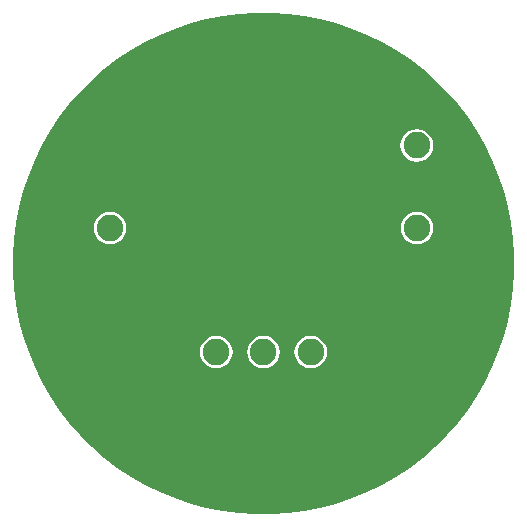
<source format=gtl>
G04*
G04 #@! TF.GenerationSoftware,Altium Limited,Altium Designer,20.1.8 (145)*
G04*
G04 Layer_Physical_Order=1*
G04 Layer_Color=255*
%FSTAX43Y43*%
%MOMM*%
G71*
G04*
G04 #@! TF.SameCoordinates,3F849034-A6BE-41B6-9089-3A01D41A6D06*
G04*
G04*
G04 #@! TF.FilePolarity,Positive*
G04*
G01*
G75*
%ADD15C,2.250*%
G36*
X0076084Y0074154D02*
X0077463Y0073973D01*
X0078827Y0073701D01*
X008017Y0073341D01*
X0081488Y0072894D01*
X0082773Y0072362D01*
X008402Y0071747D01*
X0085225Y0071051D01*
X0086381Y0070278D01*
X0087485Y0069431D01*
X0088531Y0068514D01*
X0089514Y0067531D01*
X0090431Y0066485D01*
X0091278Y0065381D01*
X0092051Y0064225D01*
X0092747Y006302D01*
X0093362Y0061773D01*
X0093894Y0060488D01*
X0094341Y005917D01*
X0094701Y0057827D01*
X0094973Y0056463D01*
X0095154Y0055083D01*
X0095245Y0053695D01*
Y0053D01*
Y0052305D01*
X0095154Y0050916D01*
X0094973Y0049537D01*
X0094701Y0048173D01*
X0094341Y004683D01*
X0093894Y0045512D01*
X0093362Y0044227D01*
X0092747Y004298D01*
X0092051Y0041775D01*
X0091278Y0040619D01*
X0090431Y0039515D01*
X0089514Y0038469D01*
X0088531Y0037486D01*
X0087485Y0036569D01*
X0086381Y0035722D01*
X0085225Y0034949D01*
X008402Y0034253D01*
X0082773Y0033638D01*
X0081488Y0033106D01*
X008017Y0032659D01*
X0078827Y0032299D01*
X0077463Y0032027D01*
X0076083Y0031846D01*
X0074696Y0031755D01*
X0073304D01*
X0071916Y0031846D01*
X0070537Y0032027D01*
X0069173Y0032299D01*
X006783Y0032659D01*
X0066512Y0033106D01*
X0065227Y0033638D01*
X006398Y0034253D01*
X0062775Y0034949D01*
X0061619Y0035722D01*
X0060515Y0036569D01*
X0059469Y0037486D01*
X0058486Y0038469D01*
X0057569Y0039515D01*
X0056722Y0040619D01*
X0055949Y0041775D01*
X0055253Y004298D01*
X0054638Y0044227D01*
X0054106Y0045512D01*
X0053659Y004683D01*
X0053299Y0048173D01*
X0053027Y0049537D01*
X0052846Y0050917D01*
X0052755Y0052305D01*
Y0053D01*
Y0053695D01*
X0052846Y0055084D01*
X0053027Y0056463D01*
X0053299Y0057827D01*
X0053659Y005917D01*
X0054106Y0060488D01*
X0054638Y0061773D01*
X0055253Y006302D01*
X0055949Y0064225D01*
X0056722Y0065381D01*
X0057569Y0066485D01*
X0058486Y0067531D01*
X0059469Y0068514D01*
X0060515Y0069431D01*
X0061619Y0070278D01*
X0062775Y0071051D01*
X006398Y0071747D01*
X0065227Y0072362D01*
X0066512Y0072894D01*
X006783Y0073341D01*
X0069173Y0073701D01*
X0070537Y0073973D01*
X0071917Y0074154D01*
X0073304Y0074245D01*
X0074696D01*
X0076084Y0074154D01*
D02*
G37*
%LPC*%
G36*
X0086975Y0064387D02*
X0086616Y006434D01*
X0086282Y0064201D01*
X0085994Y0063981D01*
X0085774Y0063693D01*
X0085635Y0063359D01*
X0085588Y0063D01*
X0085635Y0062641D01*
X0085774Y0062307D01*
X0085994Y0062019D01*
X0086282Y0061799D01*
X0086616Y006166D01*
X0086975Y0061613D01*
X0087334Y006166D01*
X0087668Y0061799D01*
X0087956Y0062019D01*
X0088176Y0062307D01*
X0088315Y0062641D01*
X0088362Y0063D01*
X0088315Y0063359D01*
X0088176Y0063693D01*
X0087956Y0063981D01*
X0087668Y0064201D01*
X0087334Y006434D01*
X0086975Y0064387D01*
D02*
G37*
G36*
X0087Y0057387D02*
X0086641Y005734D01*
X0086307Y0057201D01*
X0086019Y0056981D01*
X0085799Y0056693D01*
X008566Y0056359D01*
X0085613Y0056D01*
X008566Y0055641D01*
X0085799Y0055307D01*
X0086019Y0055019D01*
X0086307Y0054799D01*
X0086641Y005466D01*
X0087Y0054613D01*
X0087359Y005466D01*
X0087693Y0054799D01*
X0087981Y0055019D01*
X0088201Y0055307D01*
X008834Y0055641D01*
X0088387Y0056D01*
X008834Y0056359D01*
X0088201Y0056693D01*
X0087981Y0056981D01*
X0087693Y0057201D01*
X0087359Y005734D01*
X0087Y0057387D01*
D02*
G37*
G36*
X0061D02*
X0060641Y005734D01*
X0060307Y0057201D01*
X0060019Y0056981D01*
X0059799Y0056693D01*
X005966Y0056359D01*
X0059613Y0056D01*
X005966Y0055641D01*
X0059799Y0055307D01*
X0060019Y0055019D01*
X0060307Y0054799D01*
X0060641Y005466D01*
X0061Y0054613D01*
X0061359Y005466D01*
X0061693Y0054799D01*
X0061981Y0055019D01*
X0062201Y0055307D01*
X006234Y0055641D01*
X0062387Y0056D01*
X006234Y0056359D01*
X0062201Y0056693D01*
X0061981Y0056981D01*
X0061693Y0057201D01*
X0061359Y005734D01*
X0061Y0057387D01*
D02*
G37*
G36*
X0078Y0046887D02*
X0077641Y004684D01*
X0077307Y0046701D01*
X0077019Y0046481D01*
X0076799Y0046193D01*
X007666Y0045859D01*
X0076613Y00455D01*
X007666Y0045141D01*
X0076799Y0044807D01*
X0077019Y0044519D01*
X0077307Y0044299D01*
X0077641Y004416D01*
X0078Y0044113D01*
X0078359Y004416D01*
X0078693Y0044299D01*
X0078981Y0044519D01*
X0079201Y0044807D01*
X007934Y0045141D01*
X0079387Y00455D01*
X007934Y0045859D01*
X0079201Y0046193D01*
X0078981Y0046481D01*
X0078693Y0046701D01*
X0078359Y004684D01*
X0078Y0046887D01*
D02*
G37*
G36*
X0074D02*
X0073641Y004684D01*
X0073307Y0046701D01*
X0073019Y0046481D01*
X0072799Y0046193D01*
X007266Y0045859D01*
X0072613Y00455D01*
X007266Y0045141D01*
X0072799Y0044807D01*
X0073019Y0044519D01*
X0073307Y0044299D01*
X0073641Y004416D01*
X0074Y0044113D01*
X0074359Y004416D01*
X0074693Y0044299D01*
X0074981Y0044519D01*
X0075201Y0044807D01*
X007534Y0045141D01*
X0075387Y00455D01*
X007534Y0045859D01*
X0075201Y0046193D01*
X0074981Y0046481D01*
X0074693Y0046701D01*
X0074359Y004684D01*
X0074Y0046887D01*
D02*
G37*
G36*
X007D02*
X0069641Y004684D01*
X0069307Y0046701D01*
X0069019Y0046481D01*
X0068799Y0046193D01*
X006866Y0045859D01*
X0068613Y00455D01*
X006866Y0045141D01*
X0068799Y0044807D01*
X0069019Y0044519D01*
X0069307Y0044299D01*
X0069641Y004416D01*
X007Y0044113D01*
X0070359Y004416D01*
X0070693Y0044299D01*
X0070981Y0044519D01*
X0071201Y0044807D01*
X007134Y0045141D01*
X0071387Y00455D01*
X007134Y0045859D01*
X0071201Y0046193D01*
X0070981Y0046481D01*
X0070693Y0046701D01*
X0070359Y004684D01*
X007Y0046887D01*
D02*
G37*
%LPD*%
D15*
X0074Y00455D02*
D03*
X0061Y0056D02*
D03*
X007Y00455D02*
D03*
X0078D02*
D03*
X0086975Y0063D02*
D03*
X0087Y0056D02*
D03*
M02*

</source>
